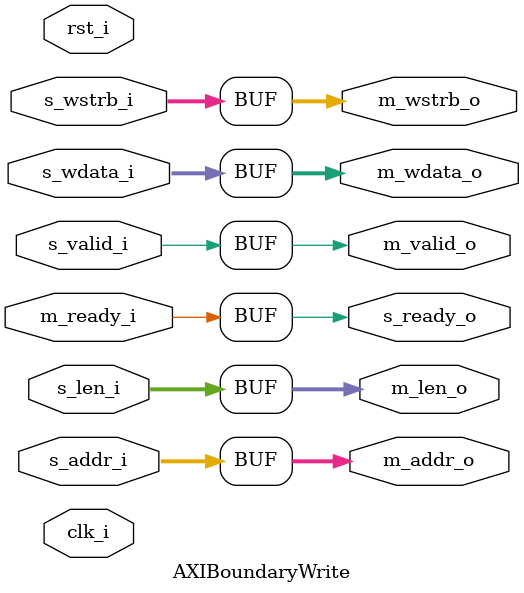
<source format=v>
`timescale 1ns / 1ps
`default_nettype none

module AXIBoundaryWrite #(
   parameter ADDR_W = 0,
   parameter DATA_W = 32
) (
   input                     s_valid_i,
   output                    s_ready_o,
   input  [      ADDR_W-1:0] s_addr_i,
   input  [      DATA_W-1:0] s_wdata_i,
   input  [(DATA_W / 8)-1:0] s_wstrb_i,
   input  [             7:0] s_len_i,

   output                    m_valid_o,
   input                     m_ready_i,
   output [      ADDR_W-1:0] m_addr_o,
   output [      DATA_W-1:0] m_wdata_o,
   output [(DATA_W / 8)-1:0] m_wstrb_o,
   output [             7:0] m_len_o,

   input clk_i,
   input rst_i
);

   assign m_valid_o = s_valid_i;
   assign s_ready_o = m_ready_i;
   assign m_addr_o  = s_addr_i;
   assign m_wdata_o = s_wdata_i;
   assign m_wstrb_o = s_wstrb_i;
   assign m_len_o   = s_len_i;

   /*
wire [ADDR_W-1:0] addr_boundary = {s_addr_i[ADDR_W-1:12],12'h0};
wire [ADDR_W-1:0] start_addr = {s_addr_i[ADDR_W-1:2],2'b00};
wire [ADDR_W-1:0] end_addr = (start_addr + (s_len_i + 1) * 4);

wire need_to_split = (end_addr > addr_boundary);

wire [7:0] before_split_len = ((~start_addr[9:0]) >> 2) - 1;
wire [7:0] after_split_len = (len - before_split_len + 1);

reg do_split;
reg did_split;
always @(posedge clk,posedge rst)
begin
  if(rst) begin
    do_split <= 1'b0;
    did_split <= 1'b0;
  end else begin

  end
end

always @*
begin
    m_addr_o = 0;
    m_len_o = 0;
    valid = 1'b0;
    enable_transfer = 1'b0;

    if(need_to_split) begin
      

    end else begin
      m_valid_o = s_valid_i;
      s_ready_o = m_ready_i;
      m_addr_o = s_addr_i;
      m_wdata_o = s_wdata_i;
      m_wstrb_o = s_wstrb_i;
      m_len_o = s_len_i;
    end
end
*/

endmodule  // AXIBoundaryWrite

`default_nettype wire

</source>
